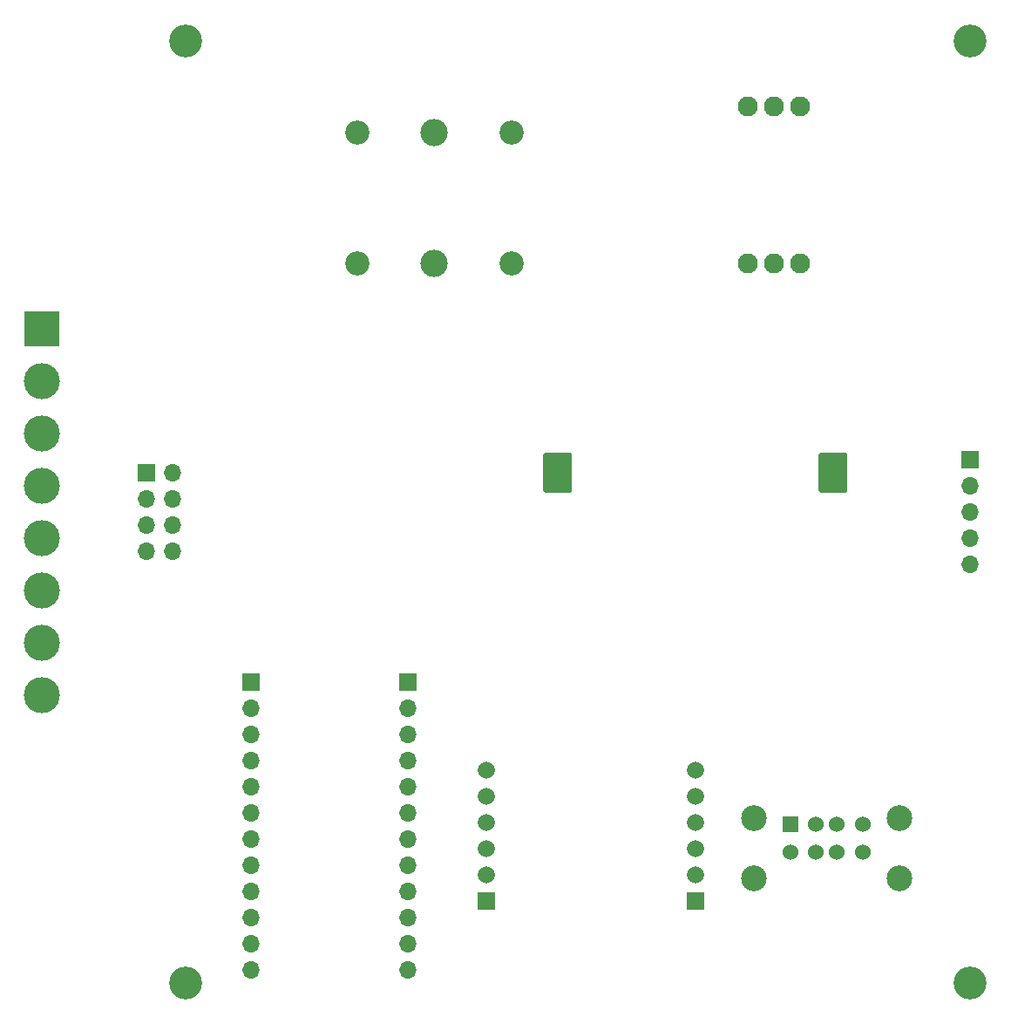
<source format=gbr>
%TF.GenerationSoftware,KiCad,Pcbnew,8.0.4-8.0.4-0~ubuntu22.04.1*%
%TF.CreationDate,2024-08-03T20:12:04+03:00*%
%TF.ProjectId,PM-CPU-ESP,504d2d43-5055-42d4-9553-502e6b696361,rev?*%
%TF.SameCoordinates,Original*%
%TF.FileFunction,Soldermask,Bot*%
%TF.FilePolarity,Negative*%
%FSLAX46Y46*%
G04 Gerber Fmt 4.6, Leading zero omitted, Abs format (unit mm)*
G04 Created by KiCad (PCBNEW 8.0.4-8.0.4-0~ubuntu22.04.1) date 2024-08-03 20:12:04*
%MOMM*%
%LPD*%
G01*
G04 APERTURE LIST*
G04 Aperture macros list*
%AMRoundRect*
0 Rectangle with rounded corners*
0 $1 Rounding radius*
0 $2 $3 $4 $5 $6 $7 $8 $9 X,Y pos of 4 corners*
0 Add a 4 corners polygon primitive as box body*
4,1,4,$2,$3,$4,$5,$6,$7,$8,$9,$2,$3,0*
0 Add four circle primitives for the rounded corners*
1,1,$1+$1,$2,$3*
1,1,$1+$1,$4,$5*
1,1,$1+$1,$6,$7*
1,1,$1+$1,$8,$9*
0 Add four rect primitives between the rounded corners*
20,1,$1+$1,$2,$3,$4,$5,0*
20,1,$1+$1,$4,$5,$6,$7,0*
20,1,$1+$1,$6,$7,$8,$9,0*
20,1,$1+$1,$8,$9,$2,$3,0*%
G04 Aperture macros list end*
%ADD10R,1.700000X1.700000*%
%ADD11O,1.700000X1.700000*%
%ADD12C,2.500000*%
%ADD13R,1.524000X1.524000*%
%ADD14C,1.524000*%
%ADD15C,3.200000*%
%ADD16R,1.665000X1.665000*%
%ADD17C,1.665000*%
%ADD18C,1.950000*%
%ADD19C,2.650000*%
%ADD20C,2.350000*%
%ADD21R,3.500000X3.500000*%
%ADD22C,3.500000*%
%ADD23RoundRect,0.102000X1.295000X1.805000X-1.295000X1.805000X-1.295000X-1.805000X1.295000X-1.805000X0*%
G04 APERTURE END LIST*
D10*
%TO.C,J5*%
X125730000Y-87630000D03*
D11*
X125730000Y-90170000D03*
X125730000Y-92710000D03*
X125730000Y-95250000D03*
X125730000Y-97790000D03*
%TD*%
D10*
%TO.C,J3*%
X71120000Y-109220000D03*
D11*
X71120000Y-111760000D03*
X71120000Y-114300000D03*
X71120000Y-116840000D03*
X71120000Y-119380000D03*
X71120000Y-121920000D03*
X71120000Y-124460000D03*
X71120000Y-127000000D03*
X71120000Y-129540000D03*
X71120000Y-132080000D03*
X71120000Y-134620000D03*
X71120000Y-137160000D03*
%TD*%
D12*
%TO.C,J1*%
X104710000Y-122432500D03*
X104710000Y-128222500D03*
X118810000Y-122432500D03*
X118810000Y-128222500D03*
D13*
X108260000Y-123002500D03*
D14*
X110760000Y-123002500D03*
X112760000Y-123002500D03*
X115260000Y-123002500D03*
X108260000Y-125702500D03*
X110760000Y-125702500D03*
X112760000Y-125702500D03*
X115260000Y-125702500D03*
%TD*%
D15*
%TO.C,H4*%
X49530000Y-138430000D03*
%TD*%
D16*
%TO.C,IC2*%
X99060000Y-130460000D03*
D17*
X99060000Y-127920000D03*
X99060000Y-125380000D03*
X99060000Y-122840000D03*
X99060000Y-120300000D03*
X99060000Y-117760000D03*
D16*
X78740000Y-130460000D03*
D17*
X78740000Y-127920000D03*
X78740000Y-125380000D03*
X78740000Y-122840000D03*
X78740000Y-120300000D03*
X78740000Y-117760000D03*
%TD*%
D15*
%TO.C,H3*%
X125730000Y-138430000D03*
%TD*%
%TO.C,H1*%
X49530000Y-46990000D03*
%TD*%
D18*
%TO.C,J7*%
X104140000Y-68580000D03*
X106680000Y-68580000D03*
X109220000Y-68580000D03*
%TD*%
D19*
%TO.C,U1*%
X73660000Y-68580000D03*
D20*
X66160000Y-68580000D03*
X81160000Y-68580000D03*
%TD*%
D19*
%TO.C,U5*%
X73660000Y-55880000D03*
D20*
X66160000Y-55880000D03*
X81160000Y-55880000D03*
%TD*%
D10*
%TO.C,J2*%
X55880000Y-109220000D03*
D11*
X55880000Y-111760000D03*
X55880000Y-114300000D03*
X55880000Y-116840000D03*
X55880000Y-119380000D03*
X55880000Y-121920000D03*
X55880000Y-124460000D03*
X55880000Y-127000000D03*
X55880000Y-129540000D03*
X55880000Y-132080000D03*
X55880000Y-134620000D03*
X55880000Y-137160000D03*
%TD*%
D18*
%TO.C,J6*%
X104140000Y-53340000D03*
X106680000Y-53340000D03*
X109220000Y-53340000D03*
%TD*%
D15*
%TO.C,H2*%
X125730000Y-46990000D03*
%TD*%
D10*
%TO.C,J12*%
X45720000Y-88900000D03*
D11*
X48260000Y-88900000D03*
X45720000Y-91440000D03*
X48260000Y-91440000D03*
X45720000Y-93980000D03*
X48260000Y-93980000D03*
X45720000Y-96520000D03*
X48260000Y-96520000D03*
%TD*%
D21*
%TO.C,J8*%
X35560000Y-74930000D03*
D22*
X35560000Y-80010000D03*
X35560000Y-85090000D03*
X35560000Y-90170000D03*
X35560000Y-95250000D03*
X35560000Y-100330000D03*
X35560000Y-105410000D03*
X35560000Y-110490000D03*
%TD*%
D23*
%TO.C,BT1*%
X85700000Y-88900000D03*
X112420000Y-88900000D03*
%TD*%
M02*

</source>
